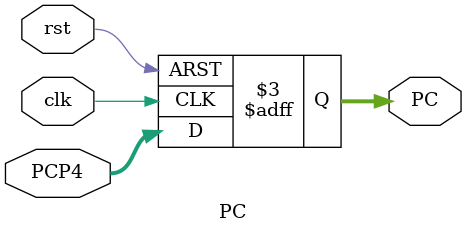
<source format=sv>
/*/////////////////////////////////////////////
 File: PC.sv
 Author: Manav Shah
 ----------------------------------------------

    ██████╗ ██╗███████╗ ██████╗██╗  ██╗██╗   ██╗
    ██╔══██╗██║██╔════╝██╔════╝██║ ██╔╝╚██╗ ██╔╝
    ██████╔╝██║███████╗██║     █████╔╝  ╚████╔╝ 
    ██╔══██╗██║╚════██║██║     ██╔═██╗   ╚██╔╝  
    ██║  ██║██║███████║╚██████╗██║  ██╗   ██║   
    ╚═╝  ╚═╝╚═╝╚══════╝ ╚═════╝╚═╝  ╚═╝   ╚═╝   
 ----------------------------------------------
                                    
 Copyright (c) 2025 MANAV SHAH
*//////////////////////////////////////////////


module PC(clk,rst,PC,PCP4);

input clk,rst;
input [31:0]PCP4;
output reg [31:0]PC;

always @(posedge clk or negedge rst)begin

    if(rst == 1'b0)begin
        //if reset is active, PC = 0;
        PC <= {32{1'b0}};
    end
    else begin
        PC <= PCP4;
    end

end

endmodule
</source>
